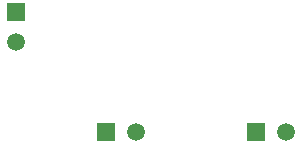
<source format=gbl>
G04*
G04 #@! TF.GenerationSoftware,Altium Limited,Altium Designer,20.1.11 (218)*
G04*
G04 Layer_Physical_Order=2*
G04 Layer_Color=16711680*
%FSLAX25Y25*%
%MOIN*%
G70*
G04*
G04 #@! TF.SameCoordinates,065DB7FD-4843-4C92-90AC-568386BA0B10*
G04*
G04*
G04 #@! TF.FilePolarity,Positive*
G04*
G01*
G75*
%ADD24R,0.05906X0.05906*%
%ADD25C,0.05906*%
%ADD26R,0.05906X0.05906*%
D24*
X172500Y140000D02*
D03*
X222500D02*
D03*
D25*
X182500D02*
D03*
X232500D02*
D03*
X142500Y170000D02*
D03*
D26*
Y180000D02*
D03*
M02*

</source>
